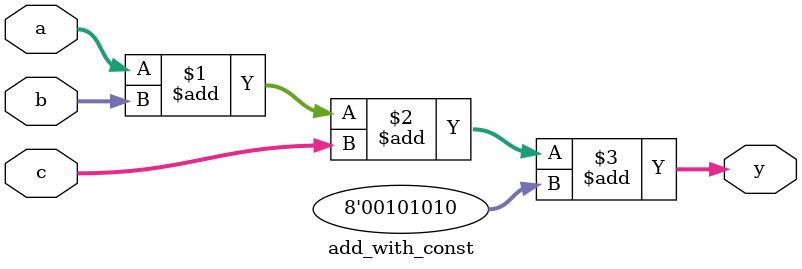
<source format=v>
module add_with_const(
	input  [7:0] a, b, c,
	output [7:0] y
);
	assign y = a + b + c + 8'd42;
endmodule


</source>
